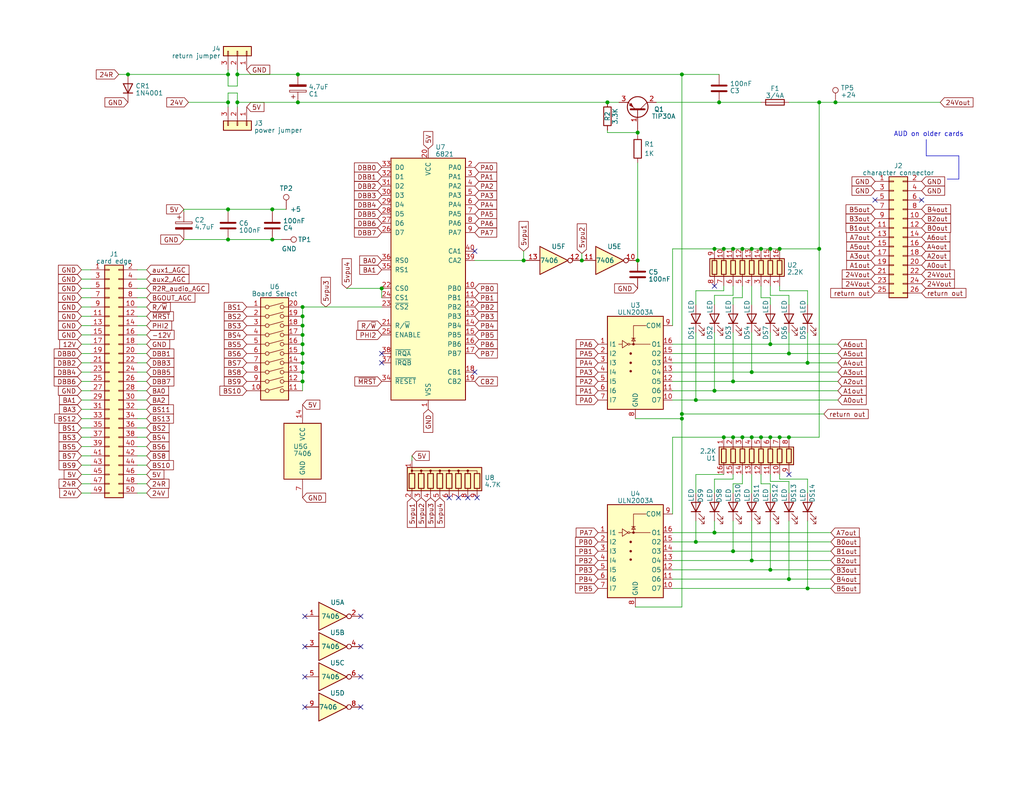
<source format=kicad_sch>
(kicad_sch (version 20230121) (generator eeschema)
  (paper "A")
  (junction (at 82.55 91.44))
  (junction (at 220.345 160.655))
  (junction (at 197.485 119.38))
  (junction (at 82.55 83.82))
  (junction (at 142.875 71.12))
  (junction (at 81.28 27.94))
  (junction (at 215.265 158.115))
  (junction (at 194.945 106.68))
  (junction (at 200.025 119.38))
  (junction (at 207.645 67.945))
  (junction (at 82.55 96.52))
  (junction (at 189.865 147.955))
  (junction (at 215.265 119.38))
  (junction (at 202.565 119.38))
  (junction (at 173.99 36.195))
  (junction (at 212.725 67.945))
  (junction (at 74.295 65.405))
  (junction (at 82.55 93.98))
  (junction (at 104.14 78.74))
  (junction (at 205.105 153.035))
  (junction (at 220.345 99.06))
  (junction (at 158.75 71.12))
  (junction (at 205.105 67.945))
  (junction (at 196.215 27.94))
  (junction (at 210.185 93.98))
  (junction (at 223.52 67.945))
  (junction (at 200.025 150.495))
  (junction (at 165.735 27.94))
  (junction (at 62.23 57.15))
  (junction (at 207.645 119.38))
  (junction (at 215.265 96.52))
  (junction (at 64.77 20.32))
  (junction (at 82.55 86.36))
  (junction (at 194.945 145.415))
  (junction (at 223.52 27.94))
  (junction (at 81.28 20.32))
  (junction (at 210.185 67.945))
  (junction (at 212.725 119.38))
  (junction (at 202.565 67.945))
  (junction (at 210.185 119.38))
  (junction (at 200.025 67.945))
  (junction (at 62.23 20.32))
  (junction (at 173.99 71.12))
  (junction (at 205.105 119.38))
  (junction (at 82.55 88.9))
  (junction (at 82.55 104.14))
  (junction (at 186.055 113.03))
  (junction (at 186.055 20.32))
  (junction (at 186.055 114.3))
  (junction (at 205.105 101.6))
  (junction (at 64.77 27.94))
  (junction (at 227.965 27.94))
  (junction (at 197.485 67.945))
  (junction (at 74.295 57.15))
  (junction (at 82.55 99.06))
  (junction (at 82.55 101.6))
  (junction (at 200.025 104.14))
  (junction (at 34.925 20.32))
  (junction (at 210.185 155.575))
  (junction (at 62.23 65.405))
  (junction (at 189.865 109.22))
  (junction (at 62.23 27.94))
  (junction (at 194.945 67.945))
  (no_connect (at 83.185 193.04))
  (no_connect (at 98.425 184.785))
  (no_connect (at 238.76 54.61))
  (no_connect (at 129.54 101.6))
  (no_connect (at 129.54 68.58))
  (no_connect (at 98.425 193.04))
  (no_connect (at 83.185 184.785))
  (no_connect (at 127.635 135.89))
  (no_connect (at 125.095 135.89))
  (no_connect (at 104.14 96.52))
  (no_connect (at 122.555 135.89))
  (no_connect (at 251.46 54.61))
  (no_connect (at 215.265 129.54))
  (no_connect (at 98.425 176.53))
  (no_connect (at 130.175 135.89))
  (no_connect (at 104.14 99.06))
  (no_connect (at 98.425 168.275))
  (no_connect (at 83.185 168.275))
  (no_connect (at 194.945 78.105))
  (no_connect (at 83.185 176.53))
  (wire (pts (xy 202.565 129.54) (xy 202.565 132.08)))
  (wire (pts (xy 189.865 147.955) (xy 189.865 142.24)))
  (wire (pts (xy 40.005 114.3) (xy 37.465 114.3)))
  (wire (pts (xy 183.515 99.06) (xy 220.345 99.06)))
  (wire (pts (xy 40.005 124.46) (xy 37.465 124.46)))
  (wire (pts (xy 215.265 119.38) (xy 223.52 119.38)))
  (wire (pts (xy 40.005 104.14) (xy 37.465 104.14)))
  (polyline (pts (xy 261.62 42.545) (xy 261.62 48.895)))
  (wire (pts (xy 210.185 119.38) (xy 212.725 119.38)))
  (wire (pts (xy 40.005 109.22) (xy 37.465 109.22)))
  (wire (pts (xy 64.77 20.32) (xy 81.28 20.32)))
  (wire (pts (xy 40.005 81.28) (xy 37.465 81.28)))
  (wire (pts (xy 207.645 132.08) (xy 210.185 132.08)))
  (wire (pts (xy 189.865 109.22) (xy 189.865 90.805)))
  (wire (pts (xy 179.07 27.94) (xy 196.215 27.94)))
  (wire (pts (xy 223.52 27.94) (xy 223.52 67.945)))
  (wire (pts (xy 189.865 109.22) (xy 183.515 109.22)))
  (wire (pts (xy 24.765 91.44) (xy 22.225 91.44)))
  (wire (pts (xy 24.765 73.66) (xy 22.225 73.66)))
  (wire (pts (xy 81.28 20.32) (xy 186.055 20.32)))
  (wire (pts (xy 226.695 145.415) (xy 194.945 145.415)))
  (wire (pts (xy 189.865 83.185) (xy 189.865 79.375)))
  (wire (pts (xy 200.025 81.28) (xy 202.565 81.28)))
  (wire (pts (xy 189.865 79.375) (xy 197.485 79.375)))
  (wire (pts (xy 197.485 119.38) (xy 200.025 119.38)))
  (wire (pts (xy 227.965 27.94) (xy 256.54 27.94)))
  (wire (pts (xy 207.645 119.38) (xy 210.185 119.38)))
  (wire (pts (xy 220.345 160.655) (xy 220.345 142.24)))
  (wire (pts (xy 220.345 99.06) (xy 228.6 99.06)))
  (wire (pts (xy 215.265 158.115) (xy 183.515 158.115)))
  (wire (pts (xy 189.865 134.62) (xy 189.865 129.54)))
  (wire (pts (xy 200.025 150.495) (xy 183.515 150.495)))
  (wire (pts (xy 24.765 109.22) (xy 22.225 109.22)))
  (wire (pts (xy 64.77 25.4) (xy 64.77 27.94)))
  (wire (pts (xy 24.765 81.28) (xy 22.225 81.28)))
  (wire (pts (xy 226.695 147.955) (xy 189.865 147.955)))
  (wire (pts (xy 194.945 67.945) (xy 183.515 67.945)))
  (wire (pts (xy 24.765 96.52) (xy 22.225 96.52)))
  (wire (pts (xy 202.565 119.38) (xy 205.105 119.38)))
  (wire (pts (xy 24.765 121.92) (xy 22.225 121.92)))
  (wire (pts (xy 194.945 80.645) (xy 194.945 83.185)))
  (wire (pts (xy 210.185 83.185) (xy 210.185 81.28)))
  (wire (pts (xy 62.23 29.21) (xy 62.23 27.94)))
  (wire (pts (xy 62.23 27.94) (xy 62.23 25.4)))
  (wire (pts (xy 215.265 96.52) (xy 183.515 96.52)))
  (wire (pts (xy 40.005 93.98) (xy 37.465 93.98)))
  (wire (pts (xy 64.77 27.94) (xy 81.28 27.94)))
  (wire (pts (xy 142.875 71.12) (xy 143.51 71.12)))
  (wire (pts (xy 207.645 129.54) (xy 207.645 132.08)))
  (wire (pts (xy 200.025 132.08) (xy 200.025 134.62)))
  (wire (pts (xy 24.765 111.76) (xy 22.225 111.76)))
  (wire (pts (xy 202.565 67.945) (xy 205.105 67.945)))
  (wire (pts (xy 40.005 132.08) (xy 37.465 132.08)))
  (wire (pts (xy 226.695 153.035) (xy 205.105 153.035)))
  (wire (pts (xy 215.265 96.52) (xy 228.6 96.52)))
  (wire (pts (xy 62.23 65.405) (xy 74.295 65.405)))
  (wire (pts (xy 212.725 67.945) (xy 223.52 67.945)))
  (wire (pts (xy 210.185 93.98) (xy 183.515 93.98)))
  (wire (pts (xy 205.105 101.6) (xy 228.6 101.6)))
  (wire (pts (xy 40.005 119.38) (xy 37.465 119.38)))
  (polyline (pts (xy 258.445 48.895) (xy 261.62 48.895)))
  (wire (pts (xy 34.925 20.32) (xy 62.23 20.32)))
  (wire (pts (xy 220.345 90.805) (xy 220.345 99.06)))
  (wire (pts (xy 212.725 130.81) (xy 220.345 130.81)))
  (wire (pts (xy 200.025 130.81) (xy 194.945 130.81)))
  (wire (pts (xy 74.295 57.15) (xy 74.295 57.785)))
  (wire (pts (xy 50.165 65.405) (xy 62.23 65.405)))
  (wire (pts (xy 226.695 155.575) (xy 210.185 155.575)))
  (wire (pts (xy 202.565 132.08) (xy 200.025 132.08)))
  (wire (pts (xy 40.005 127) (xy 37.465 127)))
  (wire (pts (xy 212.725 79.375) (xy 220.345 79.375)))
  (wire (pts (xy 24.765 86.36) (xy 22.225 86.36)))
  (wire (pts (xy 40.005 76.2) (xy 37.465 76.2)))
  (wire (pts (xy 165.735 27.94) (xy 168.91 27.94)))
  (polyline (pts (xy 252.73 42.545) (xy 261.62 42.545)))
  (wire (pts (xy 40.005 116.84) (xy 37.465 116.84)))
  (wire (pts (xy 197.485 67.945) (xy 200.025 67.945)))
  (wire (pts (xy 40.005 96.52) (xy 37.465 96.52)))
  (wire (pts (xy 24.765 88.9) (xy 22.225 88.9)))
  (wire (pts (xy 104.14 78.74) (xy 104.14 81.28)))
  (wire (pts (xy 32.385 20.32) (xy 34.925 20.32)))
  (wire (pts (xy 173.355 114.3) (xy 186.055 114.3)))
  (wire (pts (xy 64.77 27.94) (xy 64.77 29.21)))
  (wire (pts (xy 64.77 19.05) (xy 64.77 20.32)))
  (wire (pts (xy 62.23 57.15) (xy 74.295 57.15)))
  (wire (pts (xy 205.105 153.035) (xy 205.105 142.24)))
  (wire (pts (xy 215.265 96.52) (xy 215.265 90.805)))
  (wire (pts (xy 194.945 106.68) (xy 194.945 90.805)))
  (wire (pts (xy 210.185 131.445) (xy 215.265 131.445)))
  (wire (pts (xy 194.945 134.62) (xy 194.945 130.81)))
  (wire (pts (xy 210.185 155.575) (xy 210.185 142.24)))
  (wire (pts (xy 40.005 73.66) (xy 37.465 73.66)))
  (wire (pts (xy 212.725 79.375) (xy 212.725 78.105)))
  (wire (pts (xy 194.945 106.68) (xy 228.6 106.68)))
  (wire (pts (xy 165.735 36.195) (xy 173.99 36.195)))
  (wire (pts (xy 64.77 20.32) (xy 64.77 23.495)))
  (wire (pts (xy 186.055 165.735) (xy 186.055 114.3)))
  (wire (pts (xy 226.695 160.655) (xy 220.345 160.655)))
  (wire (pts (xy 24.765 129.54) (xy 22.225 129.54)))
  (wire (pts (xy 215.265 27.94) (xy 223.52 27.94)))
  (wire (pts (xy 76.835 65.405) (xy 74.295 65.405)))
  (wire (pts (xy 24.765 114.3) (xy 22.225 114.3)))
  (wire (pts (xy 50.165 57.15) (xy 50.165 57.785)))
  (wire (pts (xy 62.23 20.32) (xy 62.23 23.495)))
  (wire (pts (xy 82.55 96.52) (xy 82.55 99.06)))
  (wire (pts (xy 210.185 93.98) (xy 210.185 90.805)))
  (wire (pts (xy 173.99 36.83) (xy 173.99 36.195)))
  (wire (pts (xy 197.485 129.54) (xy 189.865 129.54)))
  (wire (pts (xy 194.945 106.68) (xy 183.515 106.68)))
  (wire (pts (xy 129.54 71.12) (xy 142.875 71.12)))
  (wire (pts (xy 40.005 106.68) (xy 37.465 106.68)))
  (wire (pts (xy 186.055 20.32) (xy 196.215 20.32)))
  (wire (pts (xy 82.55 99.06) (xy 82.55 101.6)))
  (wire (pts (xy 24.765 99.06) (xy 22.225 99.06)))
  (wire (pts (xy 24.765 116.84) (xy 22.225 116.84)))
  (wire (pts (xy 186.055 113.03) (xy 186.055 114.3)))
  (wire (pts (xy 40.005 99.06) (xy 37.465 99.06)))
  (wire (pts (xy 112.395 124.46) (xy 112.395 125.73)))
  (wire (pts (xy 62.23 57.15) (xy 62.23 57.785)))
  (wire (pts (xy 82.55 104.14) (xy 82.55 106.68)))
  (wire (pts (xy 81.28 27.94) (xy 165.735 27.94)))
  (wire (pts (xy 40.005 86.36) (xy 37.465 86.36)))
  (wire (pts (xy 202.565 81.28) (xy 202.565 78.105)))
  (wire (pts (xy 207.645 78.105) (xy 207.645 81.28)))
  (wire (pts (xy 220.345 83.185) (xy 220.345 79.375)))
  (wire (pts (xy 40.005 134.62) (xy 37.465 134.62)))
  (wire (pts (xy 223.52 67.945) (xy 223.52 119.38)))
  (wire (pts (xy 40.005 129.54) (xy 37.465 129.54)))
  (wire (pts (xy 50.165 57.15) (xy 62.23 57.15)))
  (wire (pts (xy 24.765 127) (xy 22.225 127)))
  (wire (pts (xy 200.025 119.38) (xy 202.565 119.38)))
  (wire (pts (xy 24.765 132.08) (xy 22.225 132.08)))
  (wire (pts (xy 24.765 106.68) (xy 22.225 106.68)))
  (wire (pts (xy 82.55 83.82) (xy 82.55 86.36)))
  (wire (pts (xy 24.765 83.82) (xy 22.225 83.82)))
  (wire (pts (xy 82.55 91.44) (xy 82.55 93.98)))
  (wire (pts (xy 183.515 119.38) (xy 197.485 119.38)))
  (wire (pts (xy 212.725 130.81) (xy 212.725 129.54)))
  (wire (pts (xy 212.725 119.38) (xy 215.265 119.38)))
  (wire (pts (xy 94.615 78.74) (xy 104.14 78.74)))
  (wire (pts (xy 215.265 158.115) (xy 215.265 142.24)))
  (wire (pts (xy 173.355 165.735) (xy 186.055 165.735)))
  (wire (pts (xy 210.185 67.945) (xy 212.725 67.945)))
  (wire (pts (xy 200.025 129.54) (xy 200.025 130.81)))
  (wire (pts (xy 183.515 67.945) (xy 183.515 88.9)))
  (wire (pts (xy 215.265 131.445) (xy 215.265 134.62)))
  (wire (pts (xy 40.005 111.76) (xy 37.465 111.76)))
  (wire (pts (xy 78.105 57.15) (xy 74.295 57.15)))
  (wire (pts (xy 210.185 78.105) (xy 210.185 80.645)))
  (wire (pts (xy 62.23 19.05) (xy 62.23 20.32)))
  (wire (pts (xy 200.025 80.645) (xy 194.945 80.645)))
  (wire (pts (xy 226.695 150.495) (xy 200.025 150.495)))
  (wire (pts (xy 24.765 101.6) (xy 22.225 101.6)))
  (wire (pts (xy 24.765 76.2) (xy 22.225 76.2)))
  (wire (pts (xy 51.435 27.94) (xy 62.23 27.94)))
  (wire (pts (xy 207.645 81.28) (xy 210.185 81.28)))
  (wire (pts (xy 200.025 150.495) (xy 200.025 142.24)))
  (wire (pts (xy 183.515 119.38) (xy 183.515 140.335)))
  (wire (pts (xy 205.105 153.035) (xy 183.515 153.035)))
  (wire (pts (xy 210.185 80.645) (xy 215.265 80.645)))
  (wire (pts (xy 40.005 101.6) (xy 37.465 101.6)))
  (wire (pts (xy 226.695 158.115) (xy 215.265 158.115)))
  (wire (pts (xy 40.005 91.44) (xy 37.465 91.44)))
  (wire (pts (xy 205.105 101.6) (xy 205.105 90.805)))
  (wire (pts (xy 205.105 119.38) (xy 207.645 119.38)))
  (wire (pts (xy 82.55 83.82) (xy 104.14 83.82)))
  (wire (pts (xy 24.765 78.74) (xy 22.225 78.74)))
  (wire (pts (xy 82.55 86.36) (xy 82.55 88.9)))
  (wire (pts (xy 210.185 155.575) (xy 183.515 155.575)))
  (wire (pts (xy 210.185 93.98) (xy 228.6 93.98)))
  (wire (pts (xy 62.23 25.4) (xy 64.77 25.4)))
  (wire (pts (xy 40.005 78.74) (xy 37.465 78.74)))
  (wire (pts (xy 165.735 36.195) (xy 165.735 35.56)))
  (wire (pts (xy 223.52 27.94) (xy 227.965 27.94)))
  (wire (pts (xy 205.105 83.185) (xy 205.105 78.105)))
  (wire (pts (xy 197.485 67.945) (xy 194.945 67.945)))
  (wire (pts (xy 200.025 80.645) (xy 200.025 78.105)))
  (wire (pts (xy 142.875 68.58) (xy 142.875 71.12)))
  (wire (pts (xy 82.55 88.9) (xy 82.55 91.44)))
  (wire (pts (xy 24.765 93.98) (xy 22.225 93.98)))
  (wire (pts (xy 24.765 104.14) (xy 22.225 104.14)))
  (wire (pts (xy 40.005 88.9) (xy 37.465 88.9)))
  (wire (pts (xy 40.005 83.82) (xy 37.465 83.82)))
  (wire (pts (xy 189.865 147.955) (xy 183.515 147.955)))
  (wire (pts (xy 200.025 104.14) (xy 183.515 104.14)))
  (wire (pts (xy 194.945 145.415) (xy 194.945 142.24)))
  (wire (pts (xy 24.765 119.38) (xy 22.225 119.38)))
  (wire (pts (xy 210.185 132.08) (xy 210.185 134.62)))
  (wire (pts (xy 186.055 20.32) (xy 186.055 113.03)))
  (wire (pts (xy 220.345 130.81) (xy 220.345 134.62)))
  (wire (pts (xy 189.865 109.22) (xy 228.6 109.22)))
  (wire (pts (xy 205.105 101.6) (xy 183.515 101.6)))
  (wire (pts (xy 220.345 160.655) (xy 183.515 160.655)))
  (wire (pts (xy 210.185 129.54) (xy 210.185 131.445)))
  (wire (pts (xy 200.025 104.14) (xy 228.6 104.14)))
  (wire (pts (xy 158.75 69.215) (xy 158.75 71.12)))
  (wire (pts (xy 200.025 104.14) (xy 200.025 90.805)))
  (wire (pts (xy 173.99 44.45) (xy 173.99 71.12)))
  (wire (pts (xy 207.645 27.94) (xy 196.215 27.94)))
  (wire (pts (xy 173.99 36.195) (xy 173.99 35.56)))
  (wire (pts (xy 82.55 101.6) (xy 82.55 104.14)))
  (wire (pts (xy 224.79 113.03) (xy 186.055 113.03)))
  (wire (pts (xy 207.645 67.945) (xy 210.185 67.945)))
  (wire (pts (xy 205.105 67.945) (xy 207.645 67.945)))
  (wire (pts (xy 194.945 145.415) (xy 183.515 145.415)))
  (wire (pts (xy 200.025 83.185) (xy 200.025 81.28)))
  (wire (pts (xy 200.025 67.945) (xy 202.565 67.945)))
  (polyline (pts (xy 252.73 38.1) (xy 252.73 42.545)))
  (wire (pts (xy 82.55 93.98) (xy 82.55 96.52)))
  (wire (pts (xy 24.765 124.46) (xy 22.225 124.46)))
  (wire (pts (xy 40.005 121.92) (xy 37.465 121.92)))
  (wire (pts (xy 24.765 134.62) (xy 22.225 134.62)))
  (wire (pts (xy 197.485 79.375) (xy 197.485 78.105)))
  (wire (pts (xy 205.105 134.62) (xy 205.105 129.54)))
  (wire (pts (xy 215.265 80.645) (xy 215.265 83.185)))
  (wire (pts (xy 62.23 23.495) (xy 64.77 23.495)))
  (text "AUD on older cards" (at 243.84 37.465 0) (effects (font (size 1.27 1.27)) (justify left bottom)))
  (global_label "aux1_AGC" (shape input) (at 40.005 73.66 0) (property "Intersheetrefs" "${INTERSHEET_REFS}" (effects hide)))
  (global_label "PA4" (shape input) (at 163.195 99.06 180) (property "Intersheetrefs" "${INTERSHEET_REFS}" (effects hide)))
  (global_label "DBB6" (shape input) (at 104.14 60.96 180) (property "Intersheetrefs" "${INTERSHEET_REFS}" (effects hide)))
  (global_label "GND" (shape input) (at 34.925 27.94 180) (property "Intersheetrefs" "${INTERSHEET_REFS}" (effects hide)))
  (global_label "return out" (shape input) (at 251.46 80.01 0) (property "Intersheetrefs" "${INTERSHEET_REFS}" (effects hide)))
  (global_label "GND" (shape input) (at 22.225 81.28 180) (property "Intersheetrefs" "${INTERSHEET_REFS}" (effects hide)))
  (global_label "aux2_AGC" (shape input) (at 40.005 76.2 0) (property "Intersheetrefs" "${INTERSHEET_REFS}" (effects hide)))
  (global_label "PA7" (shape input) (at 129.54 63.5 0) (property "Intersheetrefs" "${INTERSHEET_REFS}" (effects hide)))
  (global_label "PHI2" (shape input) (at 104.14 91.44 180) (property "Intersheetrefs" "${INTERSHEET_REFS}" (effects hide)))
  (global_label "DBB3" (shape input) (at 104.14 53.34 180) (property "Intersheetrefs" "${INTERSHEET_REFS}" (effects hide)))
  (global_label "BA1" (shape input) (at 104.14 73.66 180) (property "Intersheetrefs" "${INTERSHEET_REFS}" (effects hide)))
  (global_label "24V" (shape input) (at 40.005 134.62 0) (property "Intersheetrefs" "${INTERSHEET_REFS}" (effects hide)))
  (global_label "DBB2" (shape input) (at 104.14 50.8 180) (property "Intersheetrefs" "${INTERSHEET_REFS}" (effects hide)))
  (global_label "BA2" (shape input) (at 40.005 109.22 0) (property "Intersheetrefs" "${INTERSHEET_REFS}" (effects hide)))
  (global_label "BS2" (shape input) (at 40.005 116.84 0) (property "Intersheetrefs" "${INTERSHEET_REFS}" (effects hide)))
  (global_label "5vpu4" (shape input) (at 94.615 78.74 90) (property "Intersheetrefs" "${INTERSHEET_REFS}" (effects hide)))
  (global_label "BS10" (shape input) (at 67.31 106.68 180) (property "Intersheetrefs" "${INTERSHEET_REFS}" (effects hide)))
  (global_label "GND" (shape input) (at 251.46 52.07 0) (property "Intersheetrefs" "${INTERSHEET_REFS}" (effects hide)))
  (global_label "DBB5" (shape input) (at 104.14 58.42 180) (property "Intersheetrefs" "${INTERSHEET_REFS}" (effects hide)))
  (global_label "5V" (shape input) (at 82.55 110.49 0) (property "Intersheetrefs" "${INTERSHEET_REFS}" (effects hide)))
  (global_label "BA3" (shape input) (at 22.225 111.76 180) (property "Intersheetrefs" "${INTERSHEET_REFS}" (effects hide)))
  (global_label "GND" (shape input) (at 50.165 65.405 180) (property "Intersheetrefs" "${INTERSHEET_REFS}" (effects hide)))
  (global_label "return out" (shape input) (at 224.79 113.03 0) (property "Intersheetrefs" "${INTERSHEET_REFS}" (effects hide)))
  (global_label "PA2" (shape input) (at 129.54 50.8 0) (property "Intersheetrefs" "${INTERSHEET_REFS}" (effects hide)))
  (global_label "DBB0" (shape input) (at 104.14 45.72 180) (property "Intersheetrefs" "${INTERSHEET_REFS}" (effects hide)))
  (global_label "A6out" (shape input) (at 228.6 93.98 0) (property "Intersheetrefs" "${INTERSHEET_REFS}" (effects hide)))
  (global_label "PA3" (shape input) (at 163.195 101.6 180) (property "Intersheetrefs" "${INTERSHEET_REFS}" (effects hide)))
  (global_label "BS4" (shape input) (at 40.005 119.38 0) (property "Intersheetrefs" "${INTERSHEET_REFS}" (effects hide)))
  (global_label "PA0" (shape input) (at 129.54 45.72 0) (property "Intersheetrefs" "${INTERSHEET_REFS}" (effects hide)))
  (global_label "~{MRST}" (shape input) (at 104.14 104.14 180) (property "Intersheetrefs" "${INTERSHEET_REFS}" (effects hide)))
  (global_label "GND" (shape input) (at 22.225 83.82 180) (property "Intersheetrefs" "${INTERSHEET_REFS}" (effects hide)))
  (global_label "5V" (shape input) (at 22.225 129.54 180) (property "Intersheetrefs" "${INTERSHEET_REFS}" (effects hide)))
  (global_label "A5out" (shape input) (at 238.76 67.31 180) (property "Intersheetrefs" "${INTERSHEET_REFS}" (effects hide)))
  (global_label "PA7" (shape input) (at 163.195 145.415 180) (property "Intersheetrefs" "${INTERSHEET_REFS}" (effects hide)))
  (global_label "BS5" (shape input) (at 67.31 93.98 180) (property "Intersheetrefs" "${INTERSHEET_REFS}" (effects hide)))
  (global_label "DBB7" (shape input) (at 40.005 104.14 0) (property "Intersheetrefs" "${INTERSHEET_REFS}" (effects hide)))
  (global_label "PA0" (shape input) (at 163.195 109.22 180) (property "Intersheetrefs" "${INTERSHEET_REFS}" (effects hide)))
  (global_label "DBB1" (shape input) (at 40.005 96.52 0) (property "Intersheetrefs" "${INTERSHEET_REFS}" (effects hide)))
  (global_label "5vpu1" (shape input) (at 142.875 68.58 90) (property "Intersheetrefs" "${INTERSHEET_REFS}" (effects hide)))
  (global_label "PB3" (shape input) (at 163.195 155.575 180) (property "Intersheetrefs" "${INTERSHEET_REFS}" (effects hide)))
  (global_label "24Vout" (shape input) (at 251.46 77.47 0) (property "Intersheetrefs" "${INTERSHEET_REFS}" (effects hide)))
  (global_label "PB5" (shape input) (at 163.195 160.655 180) (property "Intersheetrefs" "${INTERSHEET_REFS}" (effects hide)))
  (global_label "PB6" (shape input) (at 129.54 93.98 0) (property "Intersheetrefs" "${INTERSHEET_REFS}" (effects hide)))
  (global_label "BS1" (shape input) (at 22.225 116.84 180) (property "Intersheetrefs" "${INTERSHEET_REFS}" (effects hide)))
  (global_label "PA4" (shape input) (at 129.54 55.88 0) (property "Intersheetrefs" "${INTERSHEET_REFS}" (effects hide)))
  (global_label "BS4" (shape input) (at 67.31 91.44 180) (property "Intersheetrefs" "${INTERSHEET_REFS}" (effects hide)))
  (global_label "PA6" (shape input) (at 129.54 60.96 0) (property "Intersheetrefs" "${INTERSHEET_REFS}" (effects hide)))
  (global_label "BS5" (shape input) (at 22.225 121.92 180) (property "Intersheetrefs" "${INTERSHEET_REFS}" (effects hide)))
  (global_label "GND" (shape input) (at 22.225 86.36 180) (property "Intersheetrefs" "${INTERSHEET_REFS}" (effects hide)))
  (global_label "DBB4" (shape input) (at 104.14 55.88 180) (property "Intersheetrefs" "${INTERSHEET_REFS}" (effects hide)))
  (global_label "24Vout" (shape input) (at 238.76 77.47 180) (property "Intersheetrefs" "${INTERSHEET_REFS}" (effects hide)))
  (global_label "A5out" (shape input) (at 228.6 96.52 0) (property "Intersheetrefs" "${INTERSHEET_REFS}" (effects hide)))
  (global_label "BS2" (shape input) (at 67.31 86.36 180) (property "Intersheetrefs" "${INTERSHEET_REFS}" (effects hide)))
  (global_label "GND" (shape input) (at 238.76 49.53 180) (property "Intersheetrefs" "${INTERSHEET_REFS}" (effects hide)))
  (global_label "GND" (shape input) (at 251.46 49.53 0) (property "Intersheetrefs" "${INTERSHEET_REFS}" (effects hide)))
  (global_label "BS8" (shape input) (at 67.31 101.6 180) (property "Intersheetrefs" "${INTERSHEET_REFS}" (effects hide)))
  (global_label "BGOUT_AGC" (shape input) (at 40.005 81.28 0) (property "Intersheetrefs" "${INTERSHEET_REFS}" (effects hide)))
  (global_label "A2out" (shape input) (at 251.46 69.85 0) (property "Intersheetrefs" "${INTERSHEET_REFS}" (effects hide)))
  (global_label "PHI2" (shape input) (at 40.005 88.9 0) (property "Intersheetrefs" "${INTERSHEET_REFS}" (effects hide)))
  (global_label "GND" (shape input) (at 22.225 78.74 180) (property "Intersheetrefs" "${INTERSHEET_REFS}" (effects hide)))
  (global_label "24Vout" (shape input) (at 251.46 74.93 0) (property "Intersheetrefs" "${INTERSHEET_REFS}" (effects hide)))
  (global_label "24V" (shape input) (at 22.225 134.62 180) (property "Intersheetrefs" "${INTERSHEET_REFS}" (effects hide)))
  (global_label "B0out" (shape input) (at 251.46 62.23 0) (property "Intersheetrefs" "${INTERSHEET_REFS}" (effects hide)))
  (global_label "A2out" (shape input) (at 228.6 104.14 0) (property "Intersheetrefs" "${INTERSHEET_REFS}" (effects hide)))
  (global_label "BS3" (shape input) (at 67.31 88.9 180) (property "Intersheetrefs" "${INTERSHEET_REFS}" (effects hide)))
  (global_label "B5out" (shape input) (at 226.695 160.655 0) (property "Intersheetrefs" "${INTERSHEET_REFS}" (effects hide)))
  (global_label "B4out" (shape input) (at 226.695 158.115 0) (property "Intersheetrefs" "${INTERSHEET_REFS}" (effects hide)))
  (global_label "5vpu3" (shape input) (at 88.9 83.82 90) (property "Intersheetrefs" "${INTERSHEET_REFS}" (effects hide)))
  (global_label "B3out" (shape input) (at 238.76 59.69 180) (property "Intersheetrefs" "${INTERSHEET_REFS}" (effects hide)))
  (global_label "PB7" (shape input) (at 129.54 96.52 0) (property "Intersheetrefs" "${INTERSHEET_REFS}" (effects hide)))
  (global_label "5vpu2" (shape input) (at 158.75 69.215 90) (property "Intersheetrefs" "${INTERSHEET_REFS}" (effects hide)))
  (global_label "PB4" (shape input) (at 129.54 88.9 0) (property "Intersheetrefs" "${INTERSHEET_REFS}" (effects hide)))
  (global_label "R{slash}~{W}" (shape input) (at 40.005 83.82 0) (property "Intersheetrefs" "${INTERSHEET_REFS}" (effects hide)))
  (global_label "GND" (shape input) (at 22.225 106.68 180) (property "Intersheetrefs" "${INTERSHEET_REFS}" (effects hide)))
  (global_label "DBB2" (shape input) (at 22.225 99.06 180) (property "Intersheetrefs" "${INTERSHEET_REFS}" (effects hide)))
  (global_label "BS1" (shape input) (at 67.31 83.82 180) (property "Intersheetrefs" "${INTERSHEET_REFS}" (effects hide)))
  (global_label "24Vout" (shape input) (at 238.76 74.93 180) (property "Intersheetrefs" "${INTERSHEET_REFS}" (effects hide)))
  (global_label "BS3" (shape input) (at 22.225 119.38 180) (property "Intersheetrefs" "${INTERSHEET_REFS}" (effects hide)))
  (global_label "BA0" (shape input) (at 40.005 106.68 0) (property "Intersheetrefs" "${INTERSHEET_REFS}" (effects hide)))
  (global_label "24V" (shape input) (at 51.435 27.94 180) (property "Intersheetrefs" "${INTERSHEET_REFS}" (effects hide)))
  (global_label "PB2" (shape input) (at 163.195 153.035 180) (property "Intersheetrefs" "${INTERSHEET_REFS}" (effects hide)))
  (global_label "24Vout" (shape input) (at 256.54 27.94 0) (property "Intersheetrefs" "${INTERSHEET_REFS}" (effects hide)))
  (global_label "5V" (shape input) (at 116.84 40.64 90) (property "Intersheetrefs" "${INTERSHEET_REFS}" (effects hide)))
  (global_label "BS11" (shape input) (at 40.005 111.76 0) (property "Intersheetrefs" "${INTERSHEET_REFS}" (effects hide)))
  (global_label "B3out" (shape input) (at 226.695 155.575 0) (property "Intersheetrefs" "${INTERSHEET_REFS}" (effects hide)))
  (global_label "A3out" (shape input) (at 228.6 101.6 0) (property "Intersheetrefs" "${INTERSHEET_REFS}" (effects hide)))
  (global_label "return out" (shape input) (at 238.76 80.01 180) (property "Intersheetrefs" "${INTERSHEET_REFS}" (effects hide)))
  (global_label "BA1" (shape input) (at 22.225 109.22 180) (property "Intersheetrefs" "${INTERSHEET_REFS}" (effects hide)))
  (global_label "PB4" (shape input) (at 163.195 158.115 180) (property "Intersheetrefs" "${INTERSHEET_REFS}" (effects hide)))
  (global_label "DBB4" (shape input) (at 22.225 101.6 180) (property "Intersheetrefs" "${INTERSHEET_REFS}" (effects hide)))
  (global_label "PA1" (shape input) (at 129.54 48.26 0) (property "Intersheetrefs" "${INTERSHEET_REFS}" (effects hide)))
  (global_label "BS13" (shape input) (at 40.005 114.3 0) (property "Intersheetrefs" "${INTERSHEET_REFS}" (effects hide)))
  (global_label "A0out" (shape input) (at 251.46 72.39 0) (property "Intersheetrefs" "${INTERSHEET_REFS}" (effects hide)))
  (global_label "GND" (shape input) (at 22.225 76.2 180) (property "Intersheetrefs" "${INTERSHEET_REFS}" (effects hide)))
  (global_label "GND" (shape input) (at 40.005 93.98 0) (property "Intersheetrefs" "${INTERSHEET_REFS}" (effects hide)))
  (global_label "~{MRST}" (shape input) (at 40.005 86.36 0) (property "Intersheetrefs" "${INTERSHEET_REFS}" (effects hide)))
  (global_label "BS9" (shape input) (at 67.31 104.14 180) (property "Intersheetrefs" "${INTERSHEET_REFS}" (effects hide)))
  (global_label "GND" (shape input) (at 116.84 111.76 270) (property "Intersheetrefs" "${INTERSHEET_REFS}" (effects hide)))
  (global_label "A6out" (shape input) (at 251.46 64.77 0) (property "Intersheetrefs" "${INTERSHEET_REFS}" (effects hide)))
  (global_label "PA5" (shape input) (at 163.195 96.52 180) (property "Intersheetrefs" "${INTERSHEET_REFS}" (effects hide)))
  (global_label "B4out" (shape input) (at 251.46 57.15 0) (property "Intersheetrefs" "${INTERSHEET_REFS}" (effects hide)))
  (global_label "A1out" (shape input) (at 238.76 72.39 180) (property "Intersheetrefs" "${INTERSHEET_REFS}" (effects hide)))
  (global_label "24R" (shape input) (at 32.385 20.32 180) (property "Intersheetrefs" "${INTERSHEET_REFS}" (effects hide)))
  (global_label "A7out" (shape input) (at 226.695 145.415 0) (property "Intersheetrefs" "${INTERSHEET_REFS}" (effects hide)))
  (global_label "GND" (shape input) (at 67.31 19.05 0) (property "Intersheetrefs" "${INTERSHEET_REFS}" (effects hide)))
  (global_label "5vpu1" (shape input) (at 112.395 135.89 270) (property "Intersheetrefs" "${INTERSHEET_REFS}" (effects hide)))
  (global_label "PB2" (shape input) (at 129.54 83.82 0) (property "Intersheetrefs" "${INTERSHEET_REFS}" (effects hide)))
  (global_label "PB1" (shape input) (at 163.195 150.495 180) (property "Intersheetrefs" "${INTERSHEET_REFS}" (effects hide)))
  (global_label "B1out" (shape input) (at 226.695 150.495 0) (property "Intersheetrefs" "${INTERSHEET_REFS}" (effects hide)))
  (global_label "PB0" (shape input) (at 129.54 78.74 0) (property "Intersheetrefs" "${INTERSHEET_REFS}" (effects hide)))
  (global_label "5V" (shape input) (at 50.165 57.15 180) (property "Intersheetrefs" "${INTERSHEET_REFS}" (effects hide)))
  (global_label "PA5" (shape input) (at 129.54 58.42 0) (property "Intersheetrefs" "${INTERSHEET_REFS}" (effects hide)))
  (global_label "GND" (shape input) (at 22.225 88.9 180) (property "Intersheetrefs" "${INTERSHEET_REFS}" (effects hide)))
  (global_label "BS6" (shape input) (at 40.005 121.92 0) (property "Intersheetrefs" "${INTERSHEET_REFS}" (effects hide)))
  (global_label "DBB0" (shape input) (at 22.225 96.52 180) (property "Intersheetrefs" "${INTERSHEET_REFS}" (effects hide)))
  (global_label "B5out" (shape input) (at 238.76 57.15 180) (property "Intersheetrefs" "${INTERSHEET_REFS}" (effects hide)))
  (global_label "PB5" (shape input) (at 129.54 91.44 0) (property "Intersheetrefs" "${INTERSHEET_REFS}" (effects hide)))
  (global_label "BS12" (shape input) (at 22.225 114.3 180) (property "Intersheetrefs" "${INTERSHEET_REFS}" (effects hide)))
  (global_label "BA0" (shape input) (at 104.14 71.12 180) (property "Intersheetrefs" "${INTERSHEET_REFS}" (effects hide)))
  (global_label "B1out" (shape input) (at 238.76 62.23 180) (property "Intersheetrefs" "${INTERSHEET_REFS}" (effects hide)))
  (global_label "GND" (shape input) (at 22.225 73.66 180) (property "Intersheetrefs" "${INTERSHEET_REFS}" (effects hide)))
  (global_label "-12V" (shape input) (at 40.005 91.44 0) (property "Intersheetrefs" "${INTERSHEET_REFS}" (effects hide)))
  (global_label "PA6" (shape input) (at 163.195 93.98 180) (property "Intersheetrefs" "${INTERSHEET_REFS}" (effects hide)))
  (global_label "BS6" (shape input) (at 67.31 96.52 180) (property "Intersheetrefs" "${INTERSHEET_REFS}" (effects hide)))
  (global_label "DBB7" (shape input) (at 104.14 63.5 180) (property "Intersheetrefs" "${INTERSHEET_REFS}" (effects hide)))
  (global_label "PA3" (shape input) (at 129.54 53.34 0) (property "Intersheetrefs" "${INTERSHEET_REFS}" (effects hide)))
  (global_label "B2out" (shape input) (at 251.46 59.69 0) (property "Intersheetrefs" "${INTERSHEET_REFS}" (effects hide)))
  (global_label "5vpu2" (shape input) (at 114.935 135.89 270) (property "Intersheetrefs" "${INTERSHEET_REFS}" (effects hide)))
  (global_label "BS10" (shape input) (at 40.005 127 0) (property "Intersheetrefs" "${INTERSHEET_REFS}" (effects hide)))
  (global_label "GND" (shape input) (at 238.76 52.07 180) (property "Intersheetrefs" "${INTERSHEET_REFS}" (effects hide)))
  (global_label "DBB6" (shape input) (at 22.225 104.14 180) (property "Intersheetrefs" "${INTERSHEET_REFS}" (effects hide)))
  (global_label "5vpu3" (shape input) (at 117.475 135.89 270) (property "Intersheetrefs" "${INTERSHEET_REFS}" (effects hide)))
  (global_label "PB1" (shape input) (at 129.54 81.28 0) (property "Intersheetrefs" "${INTERSHEET_REFS}" (effects hide)))
  (global_label "24R" (shape input) (at 40.005 132.08 0) (property "Intersheetrefs" "${INTERSHEET_REFS}" (effects hide)))
  (global_label "GND" (shape input) (at 173.99 78.74 180) (property "Intersheetrefs" "${INTERSHEET_REFS}" (effects hide)))
  (global_label "A4out" (shape input) (at 228.6 99.06 0) (property "Intersheetrefs" "${INTERSHEET_REFS}" (effects hide)))
  (global_label "PA2" (shape input) (at 163.195 104.14 180) (property "Intersheetrefs" "${INTERSHEET_REFS}" (effects hide)))
  (global_label "5V" (shape input) (at 40.005 129.54 0) (property "Intersheetrefs" "${INTERSHEET_REFS}" (effects hide)))
  (global_label "24R" (shape input) (at 22.225 132.08 180) (property "Intersheetrefs" "${INTERSHEET_REFS}" (effects hide)))
  (global_label "DBB3" (shape input) (at 40.005 99.06 0) (property "Intersheetrefs" "${INTERSHEET_REFS}" (effects hide)))
  (global_label "DBB1" (shape input) (at 104.14 48.26 180) (property "Intersheetrefs" "${INTERSHEET_REFS}" (effects hide)))
  (global_label "A7out" (shape input) (at 238.76 64.77 180) (property "Intersheetrefs" "${INTERSHEET_REFS}" (effects hide)))
  (global_label "PB3" (shape input) (at 129.54 86.36 0) (property "Intersheetrefs" "${INTERSHEET_REFS}" (effects hide)))
  (global_label "GND" (shape input) (at 22.225 91.44 180) (property "Intersheetrefs" "${INTERSHEET_REFS}" (effects hide)))
  (global_label "A4out" (shape input) (at 251.46 67.31 0) (property "Intersheetrefs" "${INTERSHEET_REFS}" (effects hide)))
  (global_label "BS9" (shape input) (at 22.225 127 180) (property "Intersheetrefs" "${INTERSHEET_REFS}" (effects hide)))
  (global_label "B0out" (shape input) (at 226.695 147.955 0) (property "Intersheetrefs" "${INTERSHEET_REFS}" (effects hide)))
  (global_label "5V" (shape input) (at 112.395 124.46 0) (property "Intersheetrefs" "${INTERSHEET_REFS}" (effects hide)))
  (global_label "A1out" (shape input) (at 228.6 106.68 0) (property "Intersheetrefs" "${INTERSHEET_REFS}" (effects hide)))
  (global_label "A0out" (shape input) (at 228.6 109.22 0) (property "Intersheetrefs" "${INTERSHEET_REFS}" (effects hide)))
  (global_label "BS8" (shape input) (at 40.005 124.46 0) (property "Intersheetrefs" "${INTERSHEET_REFS}" (effects hide)))
  (global_label "12V" (shape input) (at 22.225 93.98 180) (property "Intersheetrefs" "${INTERSHEET_REFS}" (effects hide)))
  (global_label "5V" (shape input) (at 67.31 29.21 0) (property "Intersheetrefs" "${INTERSHEET_REFS}" (effects hide)))
  (global_label "PB0" (shape input) (at 163.195 147.955 180) (property "Intersheetrefs" "${INTERSHEET_REFS}" (effects hide)))
  (global_label "R{slash}~{W}" (shape input) (at 104.14 88.9 180) (property "Intersheetrefs" "${INTERSHEET_REFS}" (effects hide)))
  (global_label "GND" (shape input) (at 82.55 135.89 0) (property "Intersheetrefs" "${INTERSHEET_REFS}" (effects hide)))
  (global_label "B2out" (shape input) (at 226.695 153.035 0) (property "Intersheetrefs" "${INTERSHEET_REFS}" (effects hide)))
  (global_label "A3out" (shape input) (at 238.76 69.85 180) (property "Intersheetrefs" "${INTERSHEET_REFS}" (effects hide)))
  (global_label "BS7" (shape input) (at 22.225 124.46 180) (property "Intersheetrefs" "${INTERSHEET_REFS}" (effects hide)))
  (global_label "BS7" (shape input) (at 67.31 99.06 180) (property "Intersheetrefs" "${INTERSHEET_REFS}" (effects hide)))
  (global_label "DBB5" (shape input) (at 40.005 101.6 0) (property "Intersheetrefs" "${INTERSHEET_REFS}" (effects hide)))
  (global_label "5vpu4" (shape input) (at 120.015 135.89 270) (property "Intersheetrefs" "${INTERSHEET_REFS}" (effects hide)))
  (global_label "CB2" (shape input) (at 129.54 104.14 0) (property "Intersheetrefs" "${INTERSHEET_REFS}" (effects hide)))
  (global_label "PA1" (shape input) (at 163.195 106.68 180) (property "Intersheetrefs" "${INTERSHEET_REFS}" (effects hide)))
  (global_label "R2R_audio_AGC" (shape input) (at 40.005 78.74 0) (property "Intersheetrefs" "${INTERSHEET_REFS}" (effects hide)))
  (symbol (lib_id "Connector_Generic:Conn_01x03") (at 64.77 13.97 270) (mirror x) (unit 1)
    (property "Reference" "J4" (at 60.198 13.3263 90) (effects (justify right)))
    (property "Value" "return jumper" (at 60.198 15.2473 90) (effects (justify right)))
    (property "Footprint" "Connector_PinHeader_2.54mm:PinHeader_1x03_P2.54mm_Vertical" (effects hide))
  )
  (symbol (lib_id "Device:LED") (at 210.185 86.995 90) (unit 1)
    (property "Reference" "DS7" (at 208.915 88.9 0) (effects (justify right)))
    (property "Value" "LED" (at 208.915 81.915 0) (effects (justify right)))
    (property "Footprint" "LED_THT:LED_D5.0mm_Horizontal_O3.81mm_Z15.0mm" (effects hide))
  )
  (symbol (lib_id "Device:LED") (at 200.025 138.43 90) (unit 1)
    (property "Reference" "DS10" (at 201.295 132.08 0) (effects (justify right)))
    (property "Value" "LED" (at 198.755 133.35 0) (effects (justify right)))
    (property "Footprint" "LED_THT:LED_D5.0mm_Horizontal_O3.81mm_Z15.0mm" (effects hide))
  )
  (symbol (lib_id "Device:LED") (at 194.945 86.995 90) (unit 1)
    (property "Reference" "DS2" (at 193.675 88.9 0) (effects (justify right)))
    (property "Value" "LED" (at 193.675 81.915 0) (effects (justify right)))
    (property "Footprint" "LED_THT:LED_D5.0mm_Horizontal_O3.81mm_Z15.0mm" (effects hide))
  )
  (symbol (lib_id "Device:LED") (at 215.265 138.43 90) (unit 1)
    (property "Reference" "DS13" (at 216.535 132.08 0) (effects (justify right)))
    (property "Value" "LED" (at 213.995 133.35 0) (effects (justify right)))
    (property "Footprint" "LED_THT:LED_D5.0mm_Horizontal_O3.81mm_Z15.0mm" (effects hide))
  )
  (symbol (lib_id "Transistor_Array:ULN2003A") (at 173.355 99.06 0) (unit 1)
    (property "Reference" "U3" (at 173.355 83.3501 0))
    (property "Value" "ULN2003A" (at 173.355 85.2711 0))
    (property "Footprint" "Package_DIP:DIP-16_W7.62mm" (effects hide))
    (property "Datasheet" "http://www.ti.com/lit/ds/symlink/uln2003a.pdf" (effects hide))
  )
  (symbol (lib_id "Transistor_BJT:2N3906") (at 173.99 30.48 270) (mirror x) (unit 1)
    (property "Reference" "Q1" (at 178.435 29.845 90) (effects (justify left)))
    (property "Value" "TIP30A" (at 177.8 31.75 90) (effects (justify left)))
    (property "Footprint" "Package_TO_SOT_THT:TO-220-3_Horizontal_TabDown" (effects hide))
  )
  (symbol (lib_id "Device:C_Polarized") (at 81.28 24.13 0) (mirror x) (unit 1)
    (property "Reference" "C1" (at 84.201 25.6627 0) (effects (justify left)))
    (property "Value" "4.7uF" (at 84.201 23.7417 0) (effects (justify left)))
    (property "Footprint" "Evan's parts:CP_Radial_Tantal_D4mm_P3.81mm" (effects hide))
  )
  (symbol (lib_id "Device:Fuse") (at 211.455 27.94 90) (unit 1)
    (property "Reference" "F1" (at 211.455 24.1681 90))
    (property "Value" "3/4A" (at 211.455 26.0891 90))
    (property "Footprint" "Fuse:Fuseholder_Clip-6.3x32mm_Littelfuse_102071_Inline_P34.70x7.60mm_D2.00mm_Horizontal" (effects hide))
  )
  (symbol (lib_id "Connector_Generic:Conn_01x03") (at 64.77 34.29 270) (unit 1)
    (property "Reference" "J3" (at 69.342 33.6463 90) (effects (justify left)))
    (property "Value" "power jumper" (at 69.342 35.5673 90) (effects (justify left)))
    (property "Footprint" "Connector_PinHeader_2.54mm:PinHeader_1x03_P2.54mm_Vertical" (effects hide))
  )
  (symbol (lib_id "74xx:74LS06") (at 151.13 71.12 0) (unit 6)
    (property "Reference" "U5" (at 152.4 67.31 0))
    (property "Value" "7406" (at 149.86 71.12 0))
    (property "Footprint" "Package_DIP:DIP-14_W7.62mm" (effects hide))
    (property "Datasheet" "http://www.ti.com/lit/gpn/sn74LS06" (effects hide))
  )
  (symbol (lib_id "Transistor_Array:ULN2003A") (at 173.355 150.495 0) (unit 1)
    (property "Reference" "U4" (at 173.355 134.7851 0))
    (property "Value" "ULN2003A" (at 173.355 136.7061 0))
    (property "Footprint" "Package_DIP:DIP-16_W7.62mm" (effects hide))
    (property "Datasheet" "http://www.ti.com/lit/ds/symlink/uln2003a.pdf" (effects hide))
  )
  (symbol (lib_id "Connector_Generic:Conn_02x25_Odd_Even") (at 29.845 104.14 0) (unit 1)
    (property "Reference" "J1" (at 31.115 69.3801 0))
    (property "Value" "card edge" (at 31.115 71.3011 0))
    (property "Footprint" "Evan's parts:Chuck_E_Cheese_small_card_edge" (effects hide))
  )
  (symbol (lib_id "Device:R") (at 165.735 31.75 180) (unit 1)
    (property "Reference" "R2" (at 165.735 31.75 90))
    (property "Value" "3.3K" (at 167.8399 31.75 90))
    (property "Footprint" "Resistor_THT:R_Axial_DIN0207_L6.3mm_D2.5mm_P10.16mm_Horizontal" (effects hide))
  )
  (symbol (lib_id "Device:LED") (at 210.185 138.43 90) (unit 1)
    (property "Reference" "DS12" (at 211.455 132.08 0) (effects (justify right)))
    (property "Value" "LED" (at 208.915 133.35 0) (effects (justify right)))
    (property "Footprint" "LED_THT:LED_D5.0mm_Horizontal_O3.81mm_Z15.0mm" (effects hide))
  )
  (symbol (lib_id "Device:LED") (at 220.345 86.995 90) (unit 1)
    (property "Reference" "DS5" (at 219.075 88.9 0) (effects (justify right)))
    (property "Value" "LED" (at 219.075 81.915 0) (effects (justify right)))
    (property "Footprint" "LED_THT:LED_D5.0mm_Horizontal_O3.81mm_Z15.0mm" (effects hide))
  )
  (symbol (lib_id "Device:C_Polarized") (at 50.165 61.595 0) (unit 1)
    (property "Reference" "C2" (at 53.086 60.0623 0) (effects (justify left)))
    (property "Value" "4.7uF" (at 53.086 61.9833 0) (effects (justify left)))
    (property "Footprint" "Evan's parts:CP_Radial_Tantal_D4mm_P3.81mm" (effects hide))
  )
  (symbol (lib_id "74xx:74LS06") (at 90.805 168.275 0) (unit 1)
    (property "Reference" "U5" (at 92.075 164.465 0))
    (property "Value" "7406" (at 90.17 168.275 0))
    (property "Footprint" "Package_DIP:DIP-14_W7.62mm" (effects hide))
    (property "Datasheet" "http://www.ti.com/lit/gpn/sn74LS06" (effects hide))
  )
  (symbol (lib_id "Device:C") (at 173.99 74.93 0) (unit 1)
    (property "Reference" "C5" (at 176.911 74.2863 0) (effects (justify left)))
    (property "Value" "100nF" (at 176.911 76.2073 0) (effects (justify left)))
    (property "Footprint" "Capacitor_THT:C_Rect_L7.0mm_W2.5mm_P5.00mm" (effects hide))
  )
  (symbol (lib_id "Device:R_Network08") (at 122.555 130.81 0) (unit 1)
    (property "Reference" "U8" (at 132.207 130.4203 0) (effects (justify left)))
    (property "Value" "4.7K" (at 132.207 132.3413 0) (effects (justify left)))
    (property "Footprint" "Resistor_THT:R_Array_SIP9" (effects hide))
    (property "Datasheet" "http://www.vishay.com/docs/31509/csc.pdf" (effects hide))
  )
  (symbol (lib_id "Device:R_Pack08") (at 207.645 124.46 0) (mirror x) (unit 1)
    (property "Reference" "U1" (at 195.453 125.1037 0) (effects (justify right)))
    (property "Value" "2.2K" (at 195.453 123.1827 0) (effects (justify right)))
    (property "Footprint" "Package_DIP:DIP-16_W7.62mm" (effects hide))
  )
  (symbol (lib_id "Device:C") (at 74.295 61.595 0) (mirror x) (unit 1)
    (property "Reference" "C4" (at 77.216 62.2387 0) (effects (justify left)))
    (property "Value" "100nF" (at 77.216 60.3177 0) (effects (justify left)))
    (property "Footprint" "Capacitor_THT:C_Rect_L7.0mm_W2.5mm_P5.00mm" (effects hide))
  )
  (symbol (lib_id "74xx:74LS06") (at 82.55 123.19 0) (unit 7)
    (property "Reference" "U5" (at 80.01 121.92 0) (effects (justify left)))
    (property "Value" "7406" (at 80.01 123.825 0) (effects (justify left)))
    (property "Footprint" "Package_DIP:DIP-14_W7.62mm" (effects hide))
    (property "Datasheet" "http://www.ti.com/lit/gpn/sn74LS06" (effects hide))
  )
  (symbol (lib_id "Device:LED") (at 189.865 138.43 90) (unit 1)
    (property "Reference" "DS9" (at 191.135 133.35 0) (effects (justify right)))
    (property "Value" "LED" (at 188.595 133.35 0) (effects (justify right)))
    (property "Footprint" "LED_THT:LED_D5.0mm_Horizontal_O3.81mm_Z15.0mm" (effects hide))
  )
  (symbol (lib_id "Device:C") (at 196.215 24.13 0) (mirror x) (unit 1)
    (property "Reference" "C3" (at 199.136 24.7737 0) (effects (justify left)))
    (property "Value" "100nF" (at 199.136 22.8527 0) (effects (justify left)))
    (property "Footprint" "Capacitor_THT:C_Rect_L7.0mm_W2.5mm_P5.00mm" (effects hide))
  )
  (symbol (lib_id "Device:LED") (at 194.945 138.43 90) (unit 1)
    (property "Reference" "DS8" (at 196.215 133.35 0) (effects (justify right)))
    (property "Value" "LED" (at 193.675 133.35 0) (effects (justify right)))
    (property "Footprint" "LED_THT:LED_D5.0mm_Horizontal_O3.81mm_Z15.0mm" (effects hide))
  )
  (symbol (lib_id "Device:LED") (at 215.265 86.995 90) (unit 1)
    (property "Reference" "DS6" (at 213.995 88.9 0) (effects (justify right)))
    (property "Value" "LED" (at 213.995 81.915 0) (effects (justify right)))
    (property "Footprint" "LED_THT:LED_D5.0mm_Horizontal_O3.81mm_Z15.0mm" (effects hide))
  )
  (symbol (lib_id "Connector:TestPoint") (at 76.835 65.405 270) (mirror x) (unit 1)
    (property "Reference" "TP1" (at 81.28 65.405 90) (effects (justify left)))
    (property "Value" "GND" (at 76.835 67.945 90) (effects (justify left)))
    (property "Footprint" "TestPoint:TestPoint_Plated_Hole_D3.0mm" (effects hide))
  )
  (symbol (lib_id "Device:C") (at 62.23 61.595 0) (unit 1)
    (property "Reference" "C6" (at 65.151 60.9513 0) (effects (justify left)))
    (property "Value" "100nF" (at 65.151 62.8723 0) (effects (justify left)))
    (property "Footprint" "Capacitor_THT:C_Rect_L7.0mm_W2.5mm_P5.00mm" (effects hide))
  )
  (symbol (lib_id "74xx:74LS06") (at 90.805 176.53 0) (unit 2)
    (property "Reference" "U5" (at 92.075 172.72 0))
    (property "Value" "7406" (at 90.17 176.53 0))
    (property "Footprint" "Package_DIP:DIP-14_W7.62mm" (effects hide))
    (property "Datasheet" "http://www.ti.com/lit/gpn/sn74LS06" (effects hide))
  )
  (symbol (lib_id "74xx:74LS06") (at 166.37 71.12 0) (unit 5)
    (property "Reference" "U5" (at 167.64 67.31 0))
    (property "Value" "7406" (at 165.1 71.12 0))
    (property "Footprint" "Package_DIP:DIP-14_W7.62mm" (effects hide))
    (property "Datasheet" "http://www.ti.com/lit/gpn/sn74LS06" (effects hide))
  )
  (symbol (lib_id "Device:LED") (at 220.345 138.43 90) (unit 1)
    (property "Reference" "DS14" (at 221.615 132.08 0) (effects (justify right)))
    (property "Value" "LED" (at 219.075 133.35 0) (effects (justify right)))
    (property "Footprint" "LED_THT:LED_D5.0mm_Horizontal_O3.81mm_Z15.0mm" (effects hide))
  )
  (symbol (lib_id "Device:R_Pack08") (at 202.565 73.025 0) (mirror y) (unit 1)
    (property "Reference" "U2" (at 214.757 72.3813 0) (effects (justify right)))
    (property "Value" "2.2K" (at 214.757 74.3023 0) (effects (justify right)))
    (property "Footprint" "Package_DIP:DIP-16_W7.62mm" (effects hide))
  )
  (symbol (lib_id "74xx:74LS06") (at 90.805 193.04 0) (unit 4)
    (property "Reference" "U5" (at 92.075 189.23 0))
    (property "Value" "7406" (at 89.535 193.04 0))
    (property "Footprint" "Package_DIP:DIP-14_W7.62mm" (effects hide))
    (property "Datasheet" "http://www.ti.com/lit/gpn/sn74LS06" (effects hide))
  )
  (symbol (lib_id "Connector:TestPoint") (at 227.965 27.94 0) (unit 1)
    (property "Reference" "TP5" (at 229.362 23.9943 0) (effects (justify left)))
    (property "Value" "+24" (at 229.362 25.9153 0) (effects (justify left)))
    (property "Footprint" "TestPoint:TestPoint_Plated_Hole_D3.0mm" (effects hide))
  )
  (symbol (lib_id "Diode:1N4001") (at 34.925 24.13 90) (unit 1)
    (property "Reference" "CR1" (at 36.957 23.4863 90) (effects (justify right)))
    (property "Value" "1N4001" (at 36.957 25.4073 90) (effects (justify right)))
    (property "Footprint" "Diode_THT:D_DO-41_SOD81_P12.70mm_Horizontal" (effects hide))
    (property "Datasheet" "http://www.vishay.com/docs/88503/1n4001.pdf" (effects hide))
    (property "Sim.Device" "D" (effects hide))
    (property "Sim.Pins" "1=K 2=A" (effects hide))
  )
  (symbol (lib_id "Device:LED") (at 205.105 86.995 90) (unit 1)
    (property "Reference" "DS4" (at 203.835 88.9 0) (effects (justify right)))
    (property "Value" "LED" (at 203.835 81.915 0) (effects (justify right)))
    (property "Footprint" "LED_THT:LED_D5.0mm_Horizontal_O3.81mm_Z15.0mm" (effects hide))
  )
  (symbol (lib_id "Device:LED") (at 189.865 86.995 90) (unit 1)
    (property "Reference" "DS1" (at 188.595 88.9 0) (effects (justify right)))
    (property "Value" "LED" (at 188.595 81.915 0) (effects (justify right)))
    (property "Footprint" "LED_THT:LED_D5.0mm_Horizontal_O3.81mm_Z15.0mm" (effects hide))
  )
  (symbol (lib_id "Interface:6821") (at 116.84 76.2 0) (unit 1)
    (property "Reference" "U7" (at 118.7959 40.1701 0) (effects (justify left)))
    (property "Value" "6821" (at 118.7959 42.0911 0) (effects (justify left)))
    (property "Footprint" "Package_DIP:DIP-40_W15.24mm" (effects hide))
    (property "Datasheet" "http://pdf.datasheetcatalog.com/datasheet/motorola/6821.pdf" (effects hide))
  )
  (symbol (lib_id "Device:R") (at 173.99 40.64 0) (unit 1)
    (property "Reference" "R1" (at 177.165 39.37 0))
    (property "Value" "1K" (at 177.165 41.91 0))
    (property "Footprint" "Resistor_THT:R_Axial_DIN0309_L9.0mm_D3.2mm_P20.32mm_Horizontal" (effects hide))
  )
  (symbol (lib_id "Connector:TestPoint") (at 78.105 57.15 0) (unit 1)
    (property "Reference" "TP2" (at 78.105 51.435 0))
    (property "Value" "+5" (at 80.645 57.15 0))
    (property "Footprint" "TestPoint:TestPoint_Plated_Hole_D3.0mm" (effects hide))
  )
  (symbol (lib_id "74xx:74LS06") (at 90.805 184.785 0) (unit 3)
    (property "Reference" "U5" (at 92.075 180.975 0))
    (property "Value" "7406" (at 90.17 184.785 0))
    (property "Footprint" "Package_DIP:DIP-14_W7.62mm" (effects hide))
    (property "Datasheet" "http://www.ti.com/lit/gpn/sn74LS06" (effects hide))
  )
  (symbol (lib_id "Device:LED") (at 200.025 86.995 90) (unit 1)
    (property "Reference" "DS3" (at 198.755 88.9 0) (effects (justify right)))
    (property "Value" "LED" (at 198.755 81.915 0) (effects (justify right)))
    (property "Footprint" "LED_THT:LED_D5.0mm_Horizontal_O3.81mm_Z15.0mm" (effects hide))
  )
  (symbol (lib_id "Device:LED") (at 205.105 138.43 90) (unit 1)
    (property "Reference" "DS11" (at 206.375 132.08 0) (effects (justify right)))
    (property "Value" "LED" (at 203.835 133.35 0) (effects (justify right)))
    (property "Footprint" "LED_THT:LED_D5.0mm_Horizontal_O3.81mm_Z15.0mm" (effects hide))
  )
  (symbol (lib_id "Switch:SW_DIP_x10") (at 74.93 96.52 0) (unit 1)
    (property "Reference" "U6" (at 74.93 78.2701 0))
    (property "Value" "Board Select" (at 74.93 80.1911 0))
    (property "Footprint" "Button_Switch_THT:SW_DIP_SPSTx10_Piano_10.8x26.96mm_W7.62mm_P2.54mm" (effects hide))
  )
  (symbol (lib_id "Connector_Generic:Conn_02x13_Odd_Even") (at 243.84 64.77 0) (unit 1)
    (property "Reference" "J2" (at 245.11 45.2501 0))
    (property "Value" "character connector" (at 245.11 47.1711 0))
    (property "Footprint" "Connector_PinHeader_2.54mm:PinHeader_2x13_P2.54mm_Horizontal" (effects hide))
  )
)
</source>
